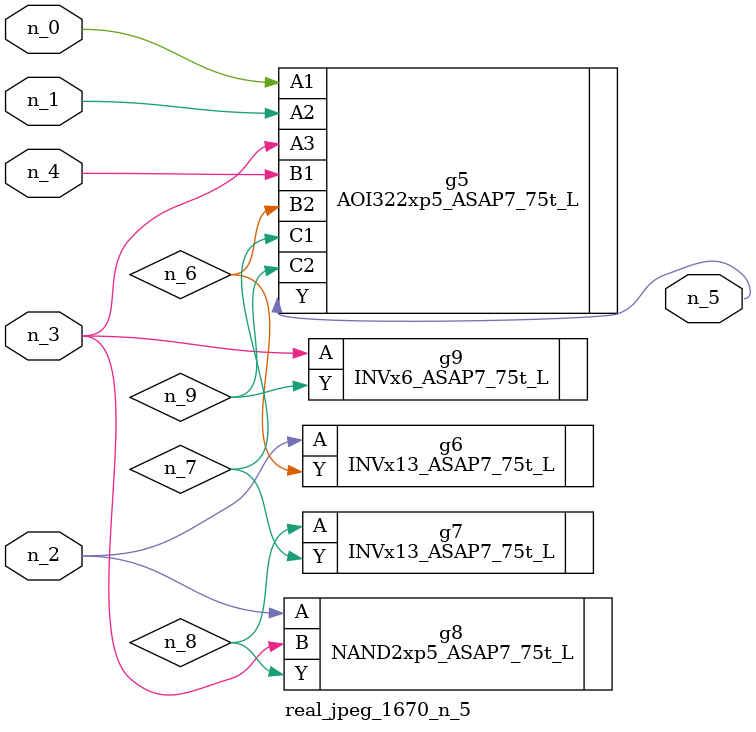
<source format=v>
module real_jpeg_1670_n_5 (n_4, n_0, n_1, n_2, n_3, n_5);

input n_4;
input n_0;
input n_1;
input n_2;
input n_3;

output n_5;

wire n_8;
wire n_6;
wire n_7;
wire n_9;

AOI322xp5_ASAP7_75t_L g5 ( 
.A1(n_0),
.A2(n_1),
.A3(n_3),
.B1(n_4),
.B2(n_6),
.C1(n_7),
.C2(n_9),
.Y(n_5)
);

INVx13_ASAP7_75t_L g6 ( 
.A(n_2),
.Y(n_6)
);

NAND2xp5_ASAP7_75t_L g8 ( 
.A(n_2),
.B(n_3),
.Y(n_8)
);

INVx6_ASAP7_75t_L g9 ( 
.A(n_3),
.Y(n_9)
);

INVx13_ASAP7_75t_L g7 ( 
.A(n_8),
.Y(n_7)
);


endmodule
</source>
